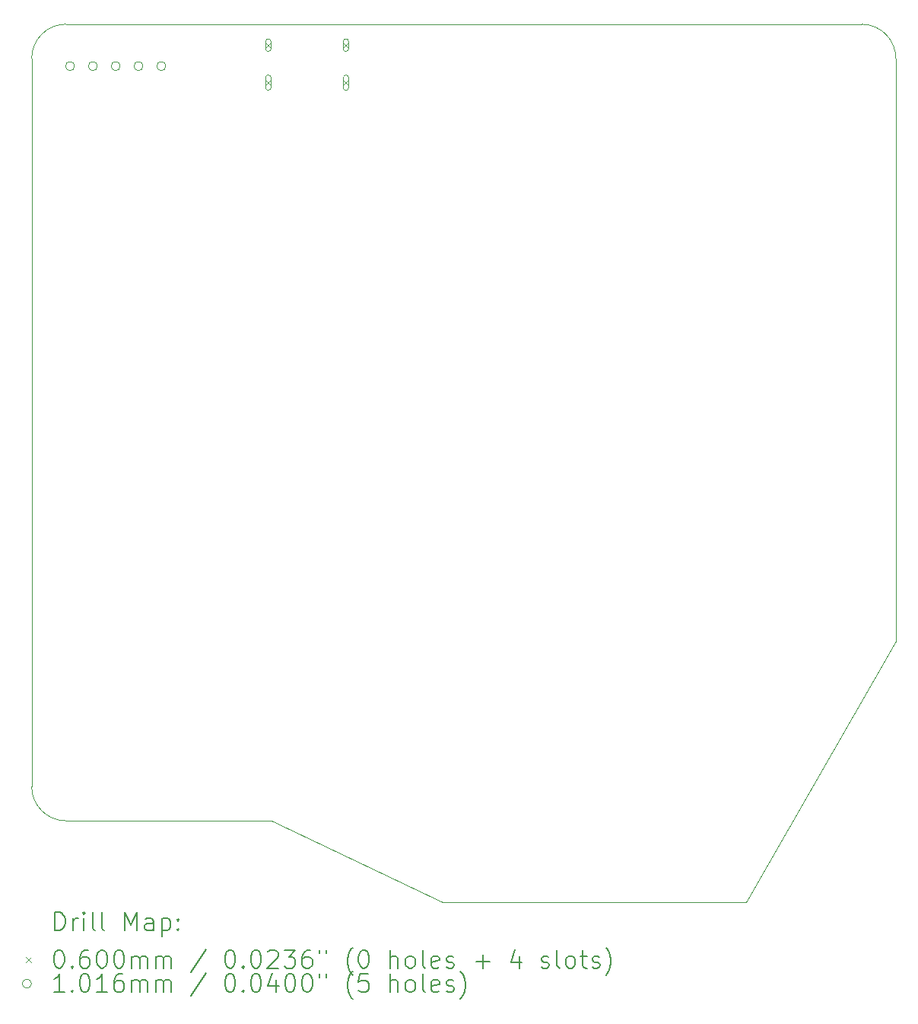
<source format=gbr>
%TF.GenerationSoftware,KiCad,Pcbnew,7.0.9-7.0.9~ubuntu22.04.1*%
%TF.CreationDate,2023-12-08T17:36:02+03:00*%
%TF.ProjectId,Keeb,4b656562-2e6b-4696-9361-645f70636258,rev?*%
%TF.SameCoordinates,Original*%
%TF.FileFunction,Drillmap*%
%TF.FilePolarity,Positive*%
%FSLAX45Y45*%
G04 Gerber Fmt 4.5, Leading zero omitted, Abs format (unit mm)*
G04 Created by KiCad (PCBNEW 7.0.9-7.0.9~ubuntu22.04.1) date 2023-12-08 17:36:02*
%MOMM*%
%LPD*%
G01*
G04 APERTURE LIST*
%ADD10C,0.050000*%
%ADD11C,0.200000*%
%ADD12C,0.100000*%
%ADD13C,0.101600*%
G04 APERTURE END LIST*
D10*
X10260000Y-3752044D02*
X10260000Y-11848294D01*
X19880250Y-10229044D02*
X19880250Y-3752044D01*
X14832000Y-13134169D02*
X18213375Y-13134169D01*
X10641000Y-3371044D02*
G75*
G03*
X10260000Y-3752044I0J-381000D01*
G01*
X19499250Y-3371044D02*
X10641000Y-3371044D01*
X12927000Y-12229294D02*
X14832000Y-13134169D01*
X19880246Y-3752044D02*
G75*
G03*
X19499250Y-3371044I-380996J4D01*
G01*
X10641000Y-12229294D02*
X12927000Y-12229294D01*
X10259996Y-11848294D02*
G75*
G03*
X10641000Y-12229294I381004J4D01*
G01*
X18213375Y-13134169D02*
X19880250Y-10229044D01*
D11*
D12*
X12864000Y-3574000D02*
X12924000Y-3634000D01*
X12924000Y-3574000D02*
X12864000Y-3634000D01*
X12924000Y-3644000D02*
X12924000Y-3564000D01*
X12924000Y-3564000D02*
G75*
G03*
X12864000Y-3564000I-30000J0D01*
G01*
X12864000Y-3564000D02*
X12864000Y-3644000D01*
X12864000Y-3644000D02*
G75*
G03*
X12924000Y-3644000I30000J0D01*
G01*
X12864000Y-3991000D02*
X12924000Y-4051000D01*
X12924000Y-3991000D02*
X12864000Y-4051000D01*
X12924000Y-4076000D02*
X12924000Y-3966000D01*
X12924000Y-3966000D02*
G75*
G03*
X12864000Y-3966000I-30000J0D01*
G01*
X12864000Y-3966000D02*
X12864000Y-4076000D01*
X12864000Y-4076000D02*
G75*
G03*
X12924000Y-4076000I30000J0D01*
G01*
X13729000Y-3574000D02*
X13789000Y-3634000D01*
X13789000Y-3574000D02*
X13729000Y-3634000D01*
X13789000Y-3644000D02*
X13789000Y-3564000D01*
X13789000Y-3564000D02*
G75*
G03*
X13729000Y-3564000I-30000J0D01*
G01*
X13729000Y-3564000D02*
X13729000Y-3644000D01*
X13729000Y-3644000D02*
G75*
G03*
X13789000Y-3644000I30000J0D01*
G01*
X13729000Y-3991000D02*
X13789000Y-4051000D01*
X13789000Y-3991000D02*
X13729000Y-4051000D01*
X13789000Y-4076000D02*
X13789000Y-3966000D01*
X13789000Y-3966000D02*
G75*
G03*
X13729000Y-3966000I-30000J0D01*
G01*
X13729000Y-3966000D02*
X13729000Y-4076000D01*
X13729000Y-4076000D02*
G75*
G03*
X13789000Y-4076000I30000J0D01*
G01*
D13*
X10737800Y-3837294D02*
G75*
G03*
X10737800Y-3837294I-50800J0D01*
G01*
X10991800Y-3837294D02*
G75*
G03*
X10991800Y-3837294I-50800J0D01*
G01*
X11245800Y-3837294D02*
G75*
G03*
X11245800Y-3837294I-50800J0D01*
G01*
X11499800Y-3837294D02*
G75*
G03*
X11499800Y-3837294I-50800J0D01*
G01*
X11753800Y-3837294D02*
G75*
G03*
X11753800Y-3837294I-50800J0D01*
G01*
D11*
X10518277Y-13448153D02*
X10518277Y-13248153D01*
X10518277Y-13248153D02*
X10565896Y-13248153D01*
X10565896Y-13248153D02*
X10594467Y-13257677D01*
X10594467Y-13257677D02*
X10613515Y-13276725D01*
X10613515Y-13276725D02*
X10623039Y-13295772D01*
X10623039Y-13295772D02*
X10632563Y-13333867D01*
X10632563Y-13333867D02*
X10632563Y-13362439D01*
X10632563Y-13362439D02*
X10623039Y-13400534D01*
X10623039Y-13400534D02*
X10613515Y-13419582D01*
X10613515Y-13419582D02*
X10594467Y-13438629D01*
X10594467Y-13438629D02*
X10565896Y-13448153D01*
X10565896Y-13448153D02*
X10518277Y-13448153D01*
X10718277Y-13448153D02*
X10718277Y-13314820D01*
X10718277Y-13352915D02*
X10727801Y-13333867D01*
X10727801Y-13333867D02*
X10737324Y-13324344D01*
X10737324Y-13324344D02*
X10756372Y-13314820D01*
X10756372Y-13314820D02*
X10775420Y-13314820D01*
X10842086Y-13448153D02*
X10842086Y-13314820D01*
X10842086Y-13248153D02*
X10832563Y-13257677D01*
X10832563Y-13257677D02*
X10842086Y-13267201D01*
X10842086Y-13267201D02*
X10851610Y-13257677D01*
X10851610Y-13257677D02*
X10842086Y-13248153D01*
X10842086Y-13248153D02*
X10842086Y-13267201D01*
X10965896Y-13448153D02*
X10946848Y-13438629D01*
X10946848Y-13438629D02*
X10937324Y-13419582D01*
X10937324Y-13419582D02*
X10937324Y-13248153D01*
X11070658Y-13448153D02*
X11051610Y-13438629D01*
X11051610Y-13438629D02*
X11042086Y-13419582D01*
X11042086Y-13419582D02*
X11042086Y-13248153D01*
X11299229Y-13448153D02*
X11299229Y-13248153D01*
X11299229Y-13248153D02*
X11365896Y-13391010D01*
X11365896Y-13391010D02*
X11432562Y-13248153D01*
X11432562Y-13248153D02*
X11432562Y-13448153D01*
X11613515Y-13448153D02*
X11613515Y-13343391D01*
X11613515Y-13343391D02*
X11603991Y-13324344D01*
X11603991Y-13324344D02*
X11584943Y-13314820D01*
X11584943Y-13314820D02*
X11546848Y-13314820D01*
X11546848Y-13314820D02*
X11527801Y-13324344D01*
X11613515Y-13438629D02*
X11594467Y-13448153D01*
X11594467Y-13448153D02*
X11546848Y-13448153D01*
X11546848Y-13448153D02*
X11527801Y-13438629D01*
X11527801Y-13438629D02*
X11518277Y-13419582D01*
X11518277Y-13419582D02*
X11518277Y-13400534D01*
X11518277Y-13400534D02*
X11527801Y-13381486D01*
X11527801Y-13381486D02*
X11546848Y-13371963D01*
X11546848Y-13371963D02*
X11594467Y-13371963D01*
X11594467Y-13371963D02*
X11613515Y-13362439D01*
X11708753Y-13314820D02*
X11708753Y-13514820D01*
X11708753Y-13324344D02*
X11727801Y-13314820D01*
X11727801Y-13314820D02*
X11765896Y-13314820D01*
X11765896Y-13314820D02*
X11784943Y-13324344D01*
X11784943Y-13324344D02*
X11794467Y-13333867D01*
X11794467Y-13333867D02*
X11803991Y-13352915D01*
X11803991Y-13352915D02*
X11803991Y-13410058D01*
X11803991Y-13410058D02*
X11794467Y-13429105D01*
X11794467Y-13429105D02*
X11784943Y-13438629D01*
X11784943Y-13438629D02*
X11765896Y-13448153D01*
X11765896Y-13448153D02*
X11727801Y-13448153D01*
X11727801Y-13448153D02*
X11708753Y-13438629D01*
X11889705Y-13429105D02*
X11899229Y-13438629D01*
X11899229Y-13438629D02*
X11889705Y-13448153D01*
X11889705Y-13448153D02*
X11880182Y-13438629D01*
X11880182Y-13438629D02*
X11889705Y-13429105D01*
X11889705Y-13429105D02*
X11889705Y-13448153D01*
X11889705Y-13324344D02*
X11899229Y-13333867D01*
X11899229Y-13333867D02*
X11889705Y-13343391D01*
X11889705Y-13343391D02*
X11880182Y-13333867D01*
X11880182Y-13333867D02*
X11889705Y-13324344D01*
X11889705Y-13324344D02*
X11889705Y-13343391D01*
D12*
X10197500Y-13746669D02*
X10257500Y-13806669D01*
X10257500Y-13746669D02*
X10197500Y-13806669D01*
D11*
X10556372Y-13668153D02*
X10575420Y-13668153D01*
X10575420Y-13668153D02*
X10594467Y-13677677D01*
X10594467Y-13677677D02*
X10603991Y-13687201D01*
X10603991Y-13687201D02*
X10613515Y-13706248D01*
X10613515Y-13706248D02*
X10623039Y-13744344D01*
X10623039Y-13744344D02*
X10623039Y-13791963D01*
X10623039Y-13791963D02*
X10613515Y-13830058D01*
X10613515Y-13830058D02*
X10603991Y-13849105D01*
X10603991Y-13849105D02*
X10594467Y-13858629D01*
X10594467Y-13858629D02*
X10575420Y-13868153D01*
X10575420Y-13868153D02*
X10556372Y-13868153D01*
X10556372Y-13868153D02*
X10537324Y-13858629D01*
X10537324Y-13858629D02*
X10527801Y-13849105D01*
X10527801Y-13849105D02*
X10518277Y-13830058D01*
X10518277Y-13830058D02*
X10508753Y-13791963D01*
X10508753Y-13791963D02*
X10508753Y-13744344D01*
X10508753Y-13744344D02*
X10518277Y-13706248D01*
X10518277Y-13706248D02*
X10527801Y-13687201D01*
X10527801Y-13687201D02*
X10537324Y-13677677D01*
X10537324Y-13677677D02*
X10556372Y-13668153D01*
X10708753Y-13849105D02*
X10718277Y-13858629D01*
X10718277Y-13858629D02*
X10708753Y-13868153D01*
X10708753Y-13868153D02*
X10699229Y-13858629D01*
X10699229Y-13858629D02*
X10708753Y-13849105D01*
X10708753Y-13849105D02*
X10708753Y-13868153D01*
X10889705Y-13668153D02*
X10851610Y-13668153D01*
X10851610Y-13668153D02*
X10832563Y-13677677D01*
X10832563Y-13677677D02*
X10823039Y-13687201D01*
X10823039Y-13687201D02*
X10803991Y-13715772D01*
X10803991Y-13715772D02*
X10794467Y-13753867D01*
X10794467Y-13753867D02*
X10794467Y-13830058D01*
X10794467Y-13830058D02*
X10803991Y-13849105D01*
X10803991Y-13849105D02*
X10813515Y-13858629D01*
X10813515Y-13858629D02*
X10832563Y-13868153D01*
X10832563Y-13868153D02*
X10870658Y-13868153D01*
X10870658Y-13868153D02*
X10889705Y-13858629D01*
X10889705Y-13858629D02*
X10899229Y-13849105D01*
X10899229Y-13849105D02*
X10908753Y-13830058D01*
X10908753Y-13830058D02*
X10908753Y-13782439D01*
X10908753Y-13782439D02*
X10899229Y-13763391D01*
X10899229Y-13763391D02*
X10889705Y-13753867D01*
X10889705Y-13753867D02*
X10870658Y-13744344D01*
X10870658Y-13744344D02*
X10832563Y-13744344D01*
X10832563Y-13744344D02*
X10813515Y-13753867D01*
X10813515Y-13753867D02*
X10803991Y-13763391D01*
X10803991Y-13763391D02*
X10794467Y-13782439D01*
X11032563Y-13668153D02*
X11051610Y-13668153D01*
X11051610Y-13668153D02*
X11070658Y-13677677D01*
X11070658Y-13677677D02*
X11080182Y-13687201D01*
X11080182Y-13687201D02*
X11089705Y-13706248D01*
X11089705Y-13706248D02*
X11099229Y-13744344D01*
X11099229Y-13744344D02*
X11099229Y-13791963D01*
X11099229Y-13791963D02*
X11089705Y-13830058D01*
X11089705Y-13830058D02*
X11080182Y-13849105D01*
X11080182Y-13849105D02*
X11070658Y-13858629D01*
X11070658Y-13858629D02*
X11051610Y-13868153D01*
X11051610Y-13868153D02*
X11032563Y-13868153D01*
X11032563Y-13868153D02*
X11013515Y-13858629D01*
X11013515Y-13858629D02*
X11003991Y-13849105D01*
X11003991Y-13849105D02*
X10994467Y-13830058D01*
X10994467Y-13830058D02*
X10984944Y-13791963D01*
X10984944Y-13791963D02*
X10984944Y-13744344D01*
X10984944Y-13744344D02*
X10994467Y-13706248D01*
X10994467Y-13706248D02*
X11003991Y-13687201D01*
X11003991Y-13687201D02*
X11013515Y-13677677D01*
X11013515Y-13677677D02*
X11032563Y-13668153D01*
X11223039Y-13668153D02*
X11242086Y-13668153D01*
X11242086Y-13668153D02*
X11261134Y-13677677D01*
X11261134Y-13677677D02*
X11270658Y-13687201D01*
X11270658Y-13687201D02*
X11280182Y-13706248D01*
X11280182Y-13706248D02*
X11289705Y-13744344D01*
X11289705Y-13744344D02*
X11289705Y-13791963D01*
X11289705Y-13791963D02*
X11280182Y-13830058D01*
X11280182Y-13830058D02*
X11270658Y-13849105D01*
X11270658Y-13849105D02*
X11261134Y-13858629D01*
X11261134Y-13858629D02*
X11242086Y-13868153D01*
X11242086Y-13868153D02*
X11223039Y-13868153D01*
X11223039Y-13868153D02*
X11203991Y-13858629D01*
X11203991Y-13858629D02*
X11194467Y-13849105D01*
X11194467Y-13849105D02*
X11184943Y-13830058D01*
X11184943Y-13830058D02*
X11175420Y-13791963D01*
X11175420Y-13791963D02*
X11175420Y-13744344D01*
X11175420Y-13744344D02*
X11184943Y-13706248D01*
X11184943Y-13706248D02*
X11194467Y-13687201D01*
X11194467Y-13687201D02*
X11203991Y-13677677D01*
X11203991Y-13677677D02*
X11223039Y-13668153D01*
X11375420Y-13868153D02*
X11375420Y-13734820D01*
X11375420Y-13753867D02*
X11384943Y-13744344D01*
X11384943Y-13744344D02*
X11403991Y-13734820D01*
X11403991Y-13734820D02*
X11432563Y-13734820D01*
X11432563Y-13734820D02*
X11451610Y-13744344D01*
X11451610Y-13744344D02*
X11461134Y-13763391D01*
X11461134Y-13763391D02*
X11461134Y-13868153D01*
X11461134Y-13763391D02*
X11470658Y-13744344D01*
X11470658Y-13744344D02*
X11489705Y-13734820D01*
X11489705Y-13734820D02*
X11518277Y-13734820D01*
X11518277Y-13734820D02*
X11537324Y-13744344D01*
X11537324Y-13744344D02*
X11546848Y-13763391D01*
X11546848Y-13763391D02*
X11546848Y-13868153D01*
X11642086Y-13868153D02*
X11642086Y-13734820D01*
X11642086Y-13753867D02*
X11651610Y-13744344D01*
X11651610Y-13744344D02*
X11670658Y-13734820D01*
X11670658Y-13734820D02*
X11699229Y-13734820D01*
X11699229Y-13734820D02*
X11718277Y-13744344D01*
X11718277Y-13744344D02*
X11727801Y-13763391D01*
X11727801Y-13763391D02*
X11727801Y-13868153D01*
X11727801Y-13763391D02*
X11737324Y-13744344D01*
X11737324Y-13744344D02*
X11756372Y-13734820D01*
X11756372Y-13734820D02*
X11784943Y-13734820D01*
X11784943Y-13734820D02*
X11803991Y-13744344D01*
X11803991Y-13744344D02*
X11813515Y-13763391D01*
X11813515Y-13763391D02*
X11813515Y-13868153D01*
X12203991Y-13658629D02*
X12032563Y-13915772D01*
X12461134Y-13668153D02*
X12480182Y-13668153D01*
X12480182Y-13668153D02*
X12499229Y-13677677D01*
X12499229Y-13677677D02*
X12508753Y-13687201D01*
X12508753Y-13687201D02*
X12518277Y-13706248D01*
X12518277Y-13706248D02*
X12527801Y-13744344D01*
X12527801Y-13744344D02*
X12527801Y-13791963D01*
X12527801Y-13791963D02*
X12518277Y-13830058D01*
X12518277Y-13830058D02*
X12508753Y-13849105D01*
X12508753Y-13849105D02*
X12499229Y-13858629D01*
X12499229Y-13858629D02*
X12480182Y-13868153D01*
X12480182Y-13868153D02*
X12461134Y-13868153D01*
X12461134Y-13868153D02*
X12442086Y-13858629D01*
X12442086Y-13858629D02*
X12432563Y-13849105D01*
X12432563Y-13849105D02*
X12423039Y-13830058D01*
X12423039Y-13830058D02*
X12413515Y-13791963D01*
X12413515Y-13791963D02*
X12413515Y-13744344D01*
X12413515Y-13744344D02*
X12423039Y-13706248D01*
X12423039Y-13706248D02*
X12432563Y-13687201D01*
X12432563Y-13687201D02*
X12442086Y-13677677D01*
X12442086Y-13677677D02*
X12461134Y-13668153D01*
X12613515Y-13849105D02*
X12623039Y-13858629D01*
X12623039Y-13858629D02*
X12613515Y-13868153D01*
X12613515Y-13868153D02*
X12603991Y-13858629D01*
X12603991Y-13858629D02*
X12613515Y-13849105D01*
X12613515Y-13849105D02*
X12613515Y-13868153D01*
X12746848Y-13668153D02*
X12765896Y-13668153D01*
X12765896Y-13668153D02*
X12784944Y-13677677D01*
X12784944Y-13677677D02*
X12794467Y-13687201D01*
X12794467Y-13687201D02*
X12803991Y-13706248D01*
X12803991Y-13706248D02*
X12813515Y-13744344D01*
X12813515Y-13744344D02*
X12813515Y-13791963D01*
X12813515Y-13791963D02*
X12803991Y-13830058D01*
X12803991Y-13830058D02*
X12794467Y-13849105D01*
X12794467Y-13849105D02*
X12784944Y-13858629D01*
X12784944Y-13858629D02*
X12765896Y-13868153D01*
X12765896Y-13868153D02*
X12746848Y-13868153D01*
X12746848Y-13868153D02*
X12727801Y-13858629D01*
X12727801Y-13858629D02*
X12718277Y-13849105D01*
X12718277Y-13849105D02*
X12708753Y-13830058D01*
X12708753Y-13830058D02*
X12699229Y-13791963D01*
X12699229Y-13791963D02*
X12699229Y-13744344D01*
X12699229Y-13744344D02*
X12708753Y-13706248D01*
X12708753Y-13706248D02*
X12718277Y-13687201D01*
X12718277Y-13687201D02*
X12727801Y-13677677D01*
X12727801Y-13677677D02*
X12746848Y-13668153D01*
X12889706Y-13687201D02*
X12899229Y-13677677D01*
X12899229Y-13677677D02*
X12918277Y-13668153D01*
X12918277Y-13668153D02*
X12965896Y-13668153D01*
X12965896Y-13668153D02*
X12984944Y-13677677D01*
X12984944Y-13677677D02*
X12994467Y-13687201D01*
X12994467Y-13687201D02*
X13003991Y-13706248D01*
X13003991Y-13706248D02*
X13003991Y-13725296D01*
X13003991Y-13725296D02*
X12994467Y-13753867D01*
X12994467Y-13753867D02*
X12880182Y-13868153D01*
X12880182Y-13868153D02*
X13003991Y-13868153D01*
X13070658Y-13668153D02*
X13194467Y-13668153D01*
X13194467Y-13668153D02*
X13127801Y-13744344D01*
X13127801Y-13744344D02*
X13156372Y-13744344D01*
X13156372Y-13744344D02*
X13175420Y-13753867D01*
X13175420Y-13753867D02*
X13184944Y-13763391D01*
X13184944Y-13763391D02*
X13194467Y-13782439D01*
X13194467Y-13782439D02*
X13194467Y-13830058D01*
X13194467Y-13830058D02*
X13184944Y-13849105D01*
X13184944Y-13849105D02*
X13175420Y-13858629D01*
X13175420Y-13858629D02*
X13156372Y-13868153D01*
X13156372Y-13868153D02*
X13099229Y-13868153D01*
X13099229Y-13868153D02*
X13080182Y-13858629D01*
X13080182Y-13858629D02*
X13070658Y-13849105D01*
X13365896Y-13668153D02*
X13327801Y-13668153D01*
X13327801Y-13668153D02*
X13308753Y-13677677D01*
X13308753Y-13677677D02*
X13299229Y-13687201D01*
X13299229Y-13687201D02*
X13280182Y-13715772D01*
X13280182Y-13715772D02*
X13270658Y-13753867D01*
X13270658Y-13753867D02*
X13270658Y-13830058D01*
X13270658Y-13830058D02*
X13280182Y-13849105D01*
X13280182Y-13849105D02*
X13289706Y-13858629D01*
X13289706Y-13858629D02*
X13308753Y-13868153D01*
X13308753Y-13868153D02*
X13346848Y-13868153D01*
X13346848Y-13868153D02*
X13365896Y-13858629D01*
X13365896Y-13858629D02*
X13375420Y-13849105D01*
X13375420Y-13849105D02*
X13384944Y-13830058D01*
X13384944Y-13830058D02*
X13384944Y-13782439D01*
X13384944Y-13782439D02*
X13375420Y-13763391D01*
X13375420Y-13763391D02*
X13365896Y-13753867D01*
X13365896Y-13753867D02*
X13346848Y-13744344D01*
X13346848Y-13744344D02*
X13308753Y-13744344D01*
X13308753Y-13744344D02*
X13289706Y-13753867D01*
X13289706Y-13753867D02*
X13280182Y-13763391D01*
X13280182Y-13763391D02*
X13270658Y-13782439D01*
X13461134Y-13668153D02*
X13461134Y-13706248D01*
X13537325Y-13668153D02*
X13537325Y-13706248D01*
X13832563Y-13944344D02*
X13823039Y-13934820D01*
X13823039Y-13934820D02*
X13803991Y-13906248D01*
X13803991Y-13906248D02*
X13794468Y-13887201D01*
X13794468Y-13887201D02*
X13784944Y-13858629D01*
X13784944Y-13858629D02*
X13775420Y-13811010D01*
X13775420Y-13811010D02*
X13775420Y-13772915D01*
X13775420Y-13772915D02*
X13784944Y-13725296D01*
X13784944Y-13725296D02*
X13794468Y-13696725D01*
X13794468Y-13696725D02*
X13803991Y-13677677D01*
X13803991Y-13677677D02*
X13823039Y-13649105D01*
X13823039Y-13649105D02*
X13832563Y-13639582D01*
X13946848Y-13668153D02*
X13965896Y-13668153D01*
X13965896Y-13668153D02*
X13984944Y-13677677D01*
X13984944Y-13677677D02*
X13994468Y-13687201D01*
X13994468Y-13687201D02*
X14003991Y-13706248D01*
X14003991Y-13706248D02*
X14013515Y-13744344D01*
X14013515Y-13744344D02*
X14013515Y-13791963D01*
X14013515Y-13791963D02*
X14003991Y-13830058D01*
X14003991Y-13830058D02*
X13994468Y-13849105D01*
X13994468Y-13849105D02*
X13984944Y-13858629D01*
X13984944Y-13858629D02*
X13965896Y-13868153D01*
X13965896Y-13868153D02*
X13946848Y-13868153D01*
X13946848Y-13868153D02*
X13927801Y-13858629D01*
X13927801Y-13858629D02*
X13918277Y-13849105D01*
X13918277Y-13849105D02*
X13908753Y-13830058D01*
X13908753Y-13830058D02*
X13899229Y-13791963D01*
X13899229Y-13791963D02*
X13899229Y-13744344D01*
X13899229Y-13744344D02*
X13908753Y-13706248D01*
X13908753Y-13706248D02*
X13918277Y-13687201D01*
X13918277Y-13687201D02*
X13927801Y-13677677D01*
X13927801Y-13677677D02*
X13946848Y-13668153D01*
X14251610Y-13868153D02*
X14251610Y-13668153D01*
X14337325Y-13868153D02*
X14337325Y-13763391D01*
X14337325Y-13763391D02*
X14327801Y-13744344D01*
X14327801Y-13744344D02*
X14308753Y-13734820D01*
X14308753Y-13734820D02*
X14280182Y-13734820D01*
X14280182Y-13734820D02*
X14261134Y-13744344D01*
X14261134Y-13744344D02*
X14251610Y-13753867D01*
X14461134Y-13868153D02*
X14442087Y-13858629D01*
X14442087Y-13858629D02*
X14432563Y-13849105D01*
X14432563Y-13849105D02*
X14423039Y-13830058D01*
X14423039Y-13830058D02*
X14423039Y-13772915D01*
X14423039Y-13772915D02*
X14432563Y-13753867D01*
X14432563Y-13753867D02*
X14442087Y-13744344D01*
X14442087Y-13744344D02*
X14461134Y-13734820D01*
X14461134Y-13734820D02*
X14489706Y-13734820D01*
X14489706Y-13734820D02*
X14508753Y-13744344D01*
X14508753Y-13744344D02*
X14518277Y-13753867D01*
X14518277Y-13753867D02*
X14527801Y-13772915D01*
X14527801Y-13772915D02*
X14527801Y-13830058D01*
X14527801Y-13830058D02*
X14518277Y-13849105D01*
X14518277Y-13849105D02*
X14508753Y-13858629D01*
X14508753Y-13858629D02*
X14489706Y-13868153D01*
X14489706Y-13868153D02*
X14461134Y-13868153D01*
X14642087Y-13868153D02*
X14623039Y-13858629D01*
X14623039Y-13858629D02*
X14613515Y-13839582D01*
X14613515Y-13839582D02*
X14613515Y-13668153D01*
X14794468Y-13858629D02*
X14775420Y-13868153D01*
X14775420Y-13868153D02*
X14737325Y-13868153D01*
X14737325Y-13868153D02*
X14718277Y-13858629D01*
X14718277Y-13858629D02*
X14708753Y-13839582D01*
X14708753Y-13839582D02*
X14708753Y-13763391D01*
X14708753Y-13763391D02*
X14718277Y-13744344D01*
X14718277Y-13744344D02*
X14737325Y-13734820D01*
X14737325Y-13734820D02*
X14775420Y-13734820D01*
X14775420Y-13734820D02*
X14794468Y-13744344D01*
X14794468Y-13744344D02*
X14803991Y-13763391D01*
X14803991Y-13763391D02*
X14803991Y-13782439D01*
X14803991Y-13782439D02*
X14708753Y-13801486D01*
X14880182Y-13858629D02*
X14899230Y-13868153D01*
X14899230Y-13868153D02*
X14937325Y-13868153D01*
X14937325Y-13868153D02*
X14956372Y-13858629D01*
X14956372Y-13858629D02*
X14965896Y-13839582D01*
X14965896Y-13839582D02*
X14965896Y-13830058D01*
X14965896Y-13830058D02*
X14956372Y-13811010D01*
X14956372Y-13811010D02*
X14937325Y-13801486D01*
X14937325Y-13801486D02*
X14908753Y-13801486D01*
X14908753Y-13801486D02*
X14889706Y-13791963D01*
X14889706Y-13791963D02*
X14880182Y-13772915D01*
X14880182Y-13772915D02*
X14880182Y-13763391D01*
X14880182Y-13763391D02*
X14889706Y-13744344D01*
X14889706Y-13744344D02*
X14908753Y-13734820D01*
X14908753Y-13734820D02*
X14937325Y-13734820D01*
X14937325Y-13734820D02*
X14956372Y-13744344D01*
X15203992Y-13791963D02*
X15356373Y-13791963D01*
X15280182Y-13868153D02*
X15280182Y-13715772D01*
X15689706Y-13734820D02*
X15689706Y-13868153D01*
X15642087Y-13658629D02*
X15594468Y-13801486D01*
X15594468Y-13801486D02*
X15718277Y-13801486D01*
X15937325Y-13858629D02*
X15956373Y-13868153D01*
X15956373Y-13868153D02*
X15994468Y-13868153D01*
X15994468Y-13868153D02*
X16013515Y-13858629D01*
X16013515Y-13858629D02*
X16023039Y-13839582D01*
X16023039Y-13839582D02*
X16023039Y-13830058D01*
X16023039Y-13830058D02*
X16013515Y-13811010D01*
X16013515Y-13811010D02*
X15994468Y-13801486D01*
X15994468Y-13801486D02*
X15965896Y-13801486D01*
X15965896Y-13801486D02*
X15946849Y-13791963D01*
X15946849Y-13791963D02*
X15937325Y-13772915D01*
X15937325Y-13772915D02*
X15937325Y-13763391D01*
X15937325Y-13763391D02*
X15946849Y-13744344D01*
X15946849Y-13744344D02*
X15965896Y-13734820D01*
X15965896Y-13734820D02*
X15994468Y-13734820D01*
X15994468Y-13734820D02*
X16013515Y-13744344D01*
X16137325Y-13868153D02*
X16118277Y-13858629D01*
X16118277Y-13858629D02*
X16108754Y-13839582D01*
X16108754Y-13839582D02*
X16108754Y-13668153D01*
X16242087Y-13868153D02*
X16223039Y-13858629D01*
X16223039Y-13858629D02*
X16213515Y-13849105D01*
X16213515Y-13849105D02*
X16203992Y-13830058D01*
X16203992Y-13830058D02*
X16203992Y-13772915D01*
X16203992Y-13772915D02*
X16213515Y-13753867D01*
X16213515Y-13753867D02*
X16223039Y-13744344D01*
X16223039Y-13744344D02*
X16242087Y-13734820D01*
X16242087Y-13734820D02*
X16270658Y-13734820D01*
X16270658Y-13734820D02*
X16289706Y-13744344D01*
X16289706Y-13744344D02*
X16299230Y-13753867D01*
X16299230Y-13753867D02*
X16308754Y-13772915D01*
X16308754Y-13772915D02*
X16308754Y-13830058D01*
X16308754Y-13830058D02*
X16299230Y-13849105D01*
X16299230Y-13849105D02*
X16289706Y-13858629D01*
X16289706Y-13858629D02*
X16270658Y-13868153D01*
X16270658Y-13868153D02*
X16242087Y-13868153D01*
X16365896Y-13734820D02*
X16442087Y-13734820D01*
X16394468Y-13668153D02*
X16394468Y-13839582D01*
X16394468Y-13839582D02*
X16403992Y-13858629D01*
X16403992Y-13858629D02*
X16423039Y-13868153D01*
X16423039Y-13868153D02*
X16442087Y-13868153D01*
X16499230Y-13858629D02*
X16518277Y-13868153D01*
X16518277Y-13868153D02*
X16556373Y-13868153D01*
X16556373Y-13868153D02*
X16575420Y-13858629D01*
X16575420Y-13858629D02*
X16584944Y-13839582D01*
X16584944Y-13839582D02*
X16584944Y-13830058D01*
X16584944Y-13830058D02*
X16575420Y-13811010D01*
X16575420Y-13811010D02*
X16556373Y-13801486D01*
X16556373Y-13801486D02*
X16527801Y-13801486D01*
X16527801Y-13801486D02*
X16508754Y-13791963D01*
X16508754Y-13791963D02*
X16499230Y-13772915D01*
X16499230Y-13772915D02*
X16499230Y-13763391D01*
X16499230Y-13763391D02*
X16508754Y-13744344D01*
X16508754Y-13744344D02*
X16527801Y-13734820D01*
X16527801Y-13734820D02*
X16556373Y-13734820D01*
X16556373Y-13734820D02*
X16575420Y-13744344D01*
X16651611Y-13944344D02*
X16661135Y-13934820D01*
X16661135Y-13934820D02*
X16680182Y-13906248D01*
X16680182Y-13906248D02*
X16689706Y-13887201D01*
X16689706Y-13887201D02*
X16699230Y-13858629D01*
X16699230Y-13858629D02*
X16708754Y-13811010D01*
X16708754Y-13811010D02*
X16708754Y-13772915D01*
X16708754Y-13772915D02*
X16699230Y-13725296D01*
X16699230Y-13725296D02*
X16689706Y-13696725D01*
X16689706Y-13696725D02*
X16680182Y-13677677D01*
X16680182Y-13677677D02*
X16661135Y-13649105D01*
X16661135Y-13649105D02*
X16651611Y-13639582D01*
D13*
X10257500Y-14040669D02*
G75*
G03*
X10257500Y-14040669I-50800J0D01*
G01*
D11*
X10623039Y-14132153D02*
X10508753Y-14132153D01*
X10565896Y-14132153D02*
X10565896Y-13932153D01*
X10565896Y-13932153D02*
X10546848Y-13960725D01*
X10546848Y-13960725D02*
X10527801Y-13979772D01*
X10527801Y-13979772D02*
X10508753Y-13989296D01*
X10708753Y-14113105D02*
X10718277Y-14122629D01*
X10718277Y-14122629D02*
X10708753Y-14132153D01*
X10708753Y-14132153D02*
X10699229Y-14122629D01*
X10699229Y-14122629D02*
X10708753Y-14113105D01*
X10708753Y-14113105D02*
X10708753Y-14132153D01*
X10842086Y-13932153D02*
X10861134Y-13932153D01*
X10861134Y-13932153D02*
X10880182Y-13941677D01*
X10880182Y-13941677D02*
X10889705Y-13951201D01*
X10889705Y-13951201D02*
X10899229Y-13970248D01*
X10899229Y-13970248D02*
X10908753Y-14008344D01*
X10908753Y-14008344D02*
X10908753Y-14055963D01*
X10908753Y-14055963D02*
X10899229Y-14094058D01*
X10899229Y-14094058D02*
X10889705Y-14113105D01*
X10889705Y-14113105D02*
X10880182Y-14122629D01*
X10880182Y-14122629D02*
X10861134Y-14132153D01*
X10861134Y-14132153D02*
X10842086Y-14132153D01*
X10842086Y-14132153D02*
X10823039Y-14122629D01*
X10823039Y-14122629D02*
X10813515Y-14113105D01*
X10813515Y-14113105D02*
X10803991Y-14094058D01*
X10803991Y-14094058D02*
X10794467Y-14055963D01*
X10794467Y-14055963D02*
X10794467Y-14008344D01*
X10794467Y-14008344D02*
X10803991Y-13970248D01*
X10803991Y-13970248D02*
X10813515Y-13951201D01*
X10813515Y-13951201D02*
X10823039Y-13941677D01*
X10823039Y-13941677D02*
X10842086Y-13932153D01*
X11099229Y-14132153D02*
X10984944Y-14132153D01*
X11042086Y-14132153D02*
X11042086Y-13932153D01*
X11042086Y-13932153D02*
X11023039Y-13960725D01*
X11023039Y-13960725D02*
X11003991Y-13979772D01*
X11003991Y-13979772D02*
X10984944Y-13989296D01*
X11270658Y-13932153D02*
X11232562Y-13932153D01*
X11232562Y-13932153D02*
X11213515Y-13941677D01*
X11213515Y-13941677D02*
X11203991Y-13951201D01*
X11203991Y-13951201D02*
X11184943Y-13979772D01*
X11184943Y-13979772D02*
X11175420Y-14017867D01*
X11175420Y-14017867D02*
X11175420Y-14094058D01*
X11175420Y-14094058D02*
X11184943Y-14113105D01*
X11184943Y-14113105D02*
X11194467Y-14122629D01*
X11194467Y-14122629D02*
X11213515Y-14132153D01*
X11213515Y-14132153D02*
X11251610Y-14132153D01*
X11251610Y-14132153D02*
X11270658Y-14122629D01*
X11270658Y-14122629D02*
X11280182Y-14113105D01*
X11280182Y-14113105D02*
X11289705Y-14094058D01*
X11289705Y-14094058D02*
X11289705Y-14046439D01*
X11289705Y-14046439D02*
X11280182Y-14027391D01*
X11280182Y-14027391D02*
X11270658Y-14017867D01*
X11270658Y-14017867D02*
X11251610Y-14008344D01*
X11251610Y-14008344D02*
X11213515Y-14008344D01*
X11213515Y-14008344D02*
X11194467Y-14017867D01*
X11194467Y-14017867D02*
X11184943Y-14027391D01*
X11184943Y-14027391D02*
X11175420Y-14046439D01*
X11375420Y-14132153D02*
X11375420Y-13998820D01*
X11375420Y-14017867D02*
X11384943Y-14008344D01*
X11384943Y-14008344D02*
X11403991Y-13998820D01*
X11403991Y-13998820D02*
X11432563Y-13998820D01*
X11432563Y-13998820D02*
X11451610Y-14008344D01*
X11451610Y-14008344D02*
X11461134Y-14027391D01*
X11461134Y-14027391D02*
X11461134Y-14132153D01*
X11461134Y-14027391D02*
X11470658Y-14008344D01*
X11470658Y-14008344D02*
X11489705Y-13998820D01*
X11489705Y-13998820D02*
X11518277Y-13998820D01*
X11518277Y-13998820D02*
X11537324Y-14008344D01*
X11537324Y-14008344D02*
X11546848Y-14027391D01*
X11546848Y-14027391D02*
X11546848Y-14132153D01*
X11642086Y-14132153D02*
X11642086Y-13998820D01*
X11642086Y-14017867D02*
X11651610Y-14008344D01*
X11651610Y-14008344D02*
X11670658Y-13998820D01*
X11670658Y-13998820D02*
X11699229Y-13998820D01*
X11699229Y-13998820D02*
X11718277Y-14008344D01*
X11718277Y-14008344D02*
X11727801Y-14027391D01*
X11727801Y-14027391D02*
X11727801Y-14132153D01*
X11727801Y-14027391D02*
X11737324Y-14008344D01*
X11737324Y-14008344D02*
X11756372Y-13998820D01*
X11756372Y-13998820D02*
X11784943Y-13998820D01*
X11784943Y-13998820D02*
X11803991Y-14008344D01*
X11803991Y-14008344D02*
X11813515Y-14027391D01*
X11813515Y-14027391D02*
X11813515Y-14132153D01*
X12203991Y-13922629D02*
X12032563Y-14179772D01*
X12461134Y-13932153D02*
X12480182Y-13932153D01*
X12480182Y-13932153D02*
X12499229Y-13941677D01*
X12499229Y-13941677D02*
X12508753Y-13951201D01*
X12508753Y-13951201D02*
X12518277Y-13970248D01*
X12518277Y-13970248D02*
X12527801Y-14008344D01*
X12527801Y-14008344D02*
X12527801Y-14055963D01*
X12527801Y-14055963D02*
X12518277Y-14094058D01*
X12518277Y-14094058D02*
X12508753Y-14113105D01*
X12508753Y-14113105D02*
X12499229Y-14122629D01*
X12499229Y-14122629D02*
X12480182Y-14132153D01*
X12480182Y-14132153D02*
X12461134Y-14132153D01*
X12461134Y-14132153D02*
X12442086Y-14122629D01*
X12442086Y-14122629D02*
X12432563Y-14113105D01*
X12432563Y-14113105D02*
X12423039Y-14094058D01*
X12423039Y-14094058D02*
X12413515Y-14055963D01*
X12413515Y-14055963D02*
X12413515Y-14008344D01*
X12413515Y-14008344D02*
X12423039Y-13970248D01*
X12423039Y-13970248D02*
X12432563Y-13951201D01*
X12432563Y-13951201D02*
X12442086Y-13941677D01*
X12442086Y-13941677D02*
X12461134Y-13932153D01*
X12613515Y-14113105D02*
X12623039Y-14122629D01*
X12623039Y-14122629D02*
X12613515Y-14132153D01*
X12613515Y-14132153D02*
X12603991Y-14122629D01*
X12603991Y-14122629D02*
X12613515Y-14113105D01*
X12613515Y-14113105D02*
X12613515Y-14132153D01*
X12746848Y-13932153D02*
X12765896Y-13932153D01*
X12765896Y-13932153D02*
X12784944Y-13941677D01*
X12784944Y-13941677D02*
X12794467Y-13951201D01*
X12794467Y-13951201D02*
X12803991Y-13970248D01*
X12803991Y-13970248D02*
X12813515Y-14008344D01*
X12813515Y-14008344D02*
X12813515Y-14055963D01*
X12813515Y-14055963D02*
X12803991Y-14094058D01*
X12803991Y-14094058D02*
X12794467Y-14113105D01*
X12794467Y-14113105D02*
X12784944Y-14122629D01*
X12784944Y-14122629D02*
X12765896Y-14132153D01*
X12765896Y-14132153D02*
X12746848Y-14132153D01*
X12746848Y-14132153D02*
X12727801Y-14122629D01*
X12727801Y-14122629D02*
X12718277Y-14113105D01*
X12718277Y-14113105D02*
X12708753Y-14094058D01*
X12708753Y-14094058D02*
X12699229Y-14055963D01*
X12699229Y-14055963D02*
X12699229Y-14008344D01*
X12699229Y-14008344D02*
X12708753Y-13970248D01*
X12708753Y-13970248D02*
X12718277Y-13951201D01*
X12718277Y-13951201D02*
X12727801Y-13941677D01*
X12727801Y-13941677D02*
X12746848Y-13932153D01*
X12984944Y-13998820D02*
X12984944Y-14132153D01*
X12937325Y-13922629D02*
X12889706Y-14065486D01*
X12889706Y-14065486D02*
X13013515Y-14065486D01*
X13127801Y-13932153D02*
X13146848Y-13932153D01*
X13146848Y-13932153D02*
X13165896Y-13941677D01*
X13165896Y-13941677D02*
X13175420Y-13951201D01*
X13175420Y-13951201D02*
X13184944Y-13970248D01*
X13184944Y-13970248D02*
X13194467Y-14008344D01*
X13194467Y-14008344D02*
X13194467Y-14055963D01*
X13194467Y-14055963D02*
X13184944Y-14094058D01*
X13184944Y-14094058D02*
X13175420Y-14113105D01*
X13175420Y-14113105D02*
X13165896Y-14122629D01*
X13165896Y-14122629D02*
X13146848Y-14132153D01*
X13146848Y-14132153D02*
X13127801Y-14132153D01*
X13127801Y-14132153D02*
X13108753Y-14122629D01*
X13108753Y-14122629D02*
X13099229Y-14113105D01*
X13099229Y-14113105D02*
X13089706Y-14094058D01*
X13089706Y-14094058D02*
X13080182Y-14055963D01*
X13080182Y-14055963D02*
X13080182Y-14008344D01*
X13080182Y-14008344D02*
X13089706Y-13970248D01*
X13089706Y-13970248D02*
X13099229Y-13951201D01*
X13099229Y-13951201D02*
X13108753Y-13941677D01*
X13108753Y-13941677D02*
X13127801Y-13932153D01*
X13318277Y-13932153D02*
X13337325Y-13932153D01*
X13337325Y-13932153D02*
X13356372Y-13941677D01*
X13356372Y-13941677D02*
X13365896Y-13951201D01*
X13365896Y-13951201D02*
X13375420Y-13970248D01*
X13375420Y-13970248D02*
X13384944Y-14008344D01*
X13384944Y-14008344D02*
X13384944Y-14055963D01*
X13384944Y-14055963D02*
X13375420Y-14094058D01*
X13375420Y-14094058D02*
X13365896Y-14113105D01*
X13365896Y-14113105D02*
X13356372Y-14122629D01*
X13356372Y-14122629D02*
X13337325Y-14132153D01*
X13337325Y-14132153D02*
X13318277Y-14132153D01*
X13318277Y-14132153D02*
X13299229Y-14122629D01*
X13299229Y-14122629D02*
X13289706Y-14113105D01*
X13289706Y-14113105D02*
X13280182Y-14094058D01*
X13280182Y-14094058D02*
X13270658Y-14055963D01*
X13270658Y-14055963D02*
X13270658Y-14008344D01*
X13270658Y-14008344D02*
X13280182Y-13970248D01*
X13280182Y-13970248D02*
X13289706Y-13951201D01*
X13289706Y-13951201D02*
X13299229Y-13941677D01*
X13299229Y-13941677D02*
X13318277Y-13932153D01*
X13461134Y-13932153D02*
X13461134Y-13970248D01*
X13537325Y-13932153D02*
X13537325Y-13970248D01*
X13832563Y-14208344D02*
X13823039Y-14198820D01*
X13823039Y-14198820D02*
X13803991Y-14170248D01*
X13803991Y-14170248D02*
X13794468Y-14151201D01*
X13794468Y-14151201D02*
X13784944Y-14122629D01*
X13784944Y-14122629D02*
X13775420Y-14075010D01*
X13775420Y-14075010D02*
X13775420Y-14036915D01*
X13775420Y-14036915D02*
X13784944Y-13989296D01*
X13784944Y-13989296D02*
X13794468Y-13960725D01*
X13794468Y-13960725D02*
X13803991Y-13941677D01*
X13803991Y-13941677D02*
X13823039Y-13913105D01*
X13823039Y-13913105D02*
X13832563Y-13903582D01*
X14003991Y-13932153D02*
X13908753Y-13932153D01*
X13908753Y-13932153D02*
X13899229Y-14027391D01*
X13899229Y-14027391D02*
X13908753Y-14017867D01*
X13908753Y-14017867D02*
X13927801Y-14008344D01*
X13927801Y-14008344D02*
X13975420Y-14008344D01*
X13975420Y-14008344D02*
X13994468Y-14017867D01*
X13994468Y-14017867D02*
X14003991Y-14027391D01*
X14003991Y-14027391D02*
X14013515Y-14046439D01*
X14013515Y-14046439D02*
X14013515Y-14094058D01*
X14013515Y-14094058D02*
X14003991Y-14113105D01*
X14003991Y-14113105D02*
X13994468Y-14122629D01*
X13994468Y-14122629D02*
X13975420Y-14132153D01*
X13975420Y-14132153D02*
X13927801Y-14132153D01*
X13927801Y-14132153D02*
X13908753Y-14122629D01*
X13908753Y-14122629D02*
X13899229Y-14113105D01*
X14251610Y-14132153D02*
X14251610Y-13932153D01*
X14337325Y-14132153D02*
X14337325Y-14027391D01*
X14337325Y-14027391D02*
X14327801Y-14008344D01*
X14327801Y-14008344D02*
X14308753Y-13998820D01*
X14308753Y-13998820D02*
X14280182Y-13998820D01*
X14280182Y-13998820D02*
X14261134Y-14008344D01*
X14261134Y-14008344D02*
X14251610Y-14017867D01*
X14461134Y-14132153D02*
X14442087Y-14122629D01*
X14442087Y-14122629D02*
X14432563Y-14113105D01*
X14432563Y-14113105D02*
X14423039Y-14094058D01*
X14423039Y-14094058D02*
X14423039Y-14036915D01*
X14423039Y-14036915D02*
X14432563Y-14017867D01*
X14432563Y-14017867D02*
X14442087Y-14008344D01*
X14442087Y-14008344D02*
X14461134Y-13998820D01*
X14461134Y-13998820D02*
X14489706Y-13998820D01*
X14489706Y-13998820D02*
X14508753Y-14008344D01*
X14508753Y-14008344D02*
X14518277Y-14017867D01*
X14518277Y-14017867D02*
X14527801Y-14036915D01*
X14527801Y-14036915D02*
X14527801Y-14094058D01*
X14527801Y-14094058D02*
X14518277Y-14113105D01*
X14518277Y-14113105D02*
X14508753Y-14122629D01*
X14508753Y-14122629D02*
X14489706Y-14132153D01*
X14489706Y-14132153D02*
X14461134Y-14132153D01*
X14642087Y-14132153D02*
X14623039Y-14122629D01*
X14623039Y-14122629D02*
X14613515Y-14103582D01*
X14613515Y-14103582D02*
X14613515Y-13932153D01*
X14794468Y-14122629D02*
X14775420Y-14132153D01*
X14775420Y-14132153D02*
X14737325Y-14132153D01*
X14737325Y-14132153D02*
X14718277Y-14122629D01*
X14718277Y-14122629D02*
X14708753Y-14103582D01*
X14708753Y-14103582D02*
X14708753Y-14027391D01*
X14708753Y-14027391D02*
X14718277Y-14008344D01*
X14718277Y-14008344D02*
X14737325Y-13998820D01*
X14737325Y-13998820D02*
X14775420Y-13998820D01*
X14775420Y-13998820D02*
X14794468Y-14008344D01*
X14794468Y-14008344D02*
X14803991Y-14027391D01*
X14803991Y-14027391D02*
X14803991Y-14046439D01*
X14803991Y-14046439D02*
X14708753Y-14065486D01*
X14880182Y-14122629D02*
X14899230Y-14132153D01*
X14899230Y-14132153D02*
X14937325Y-14132153D01*
X14937325Y-14132153D02*
X14956372Y-14122629D01*
X14956372Y-14122629D02*
X14965896Y-14103582D01*
X14965896Y-14103582D02*
X14965896Y-14094058D01*
X14965896Y-14094058D02*
X14956372Y-14075010D01*
X14956372Y-14075010D02*
X14937325Y-14065486D01*
X14937325Y-14065486D02*
X14908753Y-14065486D01*
X14908753Y-14065486D02*
X14889706Y-14055963D01*
X14889706Y-14055963D02*
X14880182Y-14036915D01*
X14880182Y-14036915D02*
X14880182Y-14027391D01*
X14880182Y-14027391D02*
X14889706Y-14008344D01*
X14889706Y-14008344D02*
X14908753Y-13998820D01*
X14908753Y-13998820D02*
X14937325Y-13998820D01*
X14937325Y-13998820D02*
X14956372Y-14008344D01*
X15032563Y-14208344D02*
X15042087Y-14198820D01*
X15042087Y-14198820D02*
X15061134Y-14170248D01*
X15061134Y-14170248D02*
X15070658Y-14151201D01*
X15070658Y-14151201D02*
X15080182Y-14122629D01*
X15080182Y-14122629D02*
X15089706Y-14075010D01*
X15089706Y-14075010D02*
X15089706Y-14036915D01*
X15089706Y-14036915D02*
X15080182Y-13989296D01*
X15080182Y-13989296D02*
X15070658Y-13960725D01*
X15070658Y-13960725D02*
X15061134Y-13941677D01*
X15061134Y-13941677D02*
X15042087Y-13913105D01*
X15042087Y-13913105D02*
X15032563Y-13903582D01*
M02*

</source>
